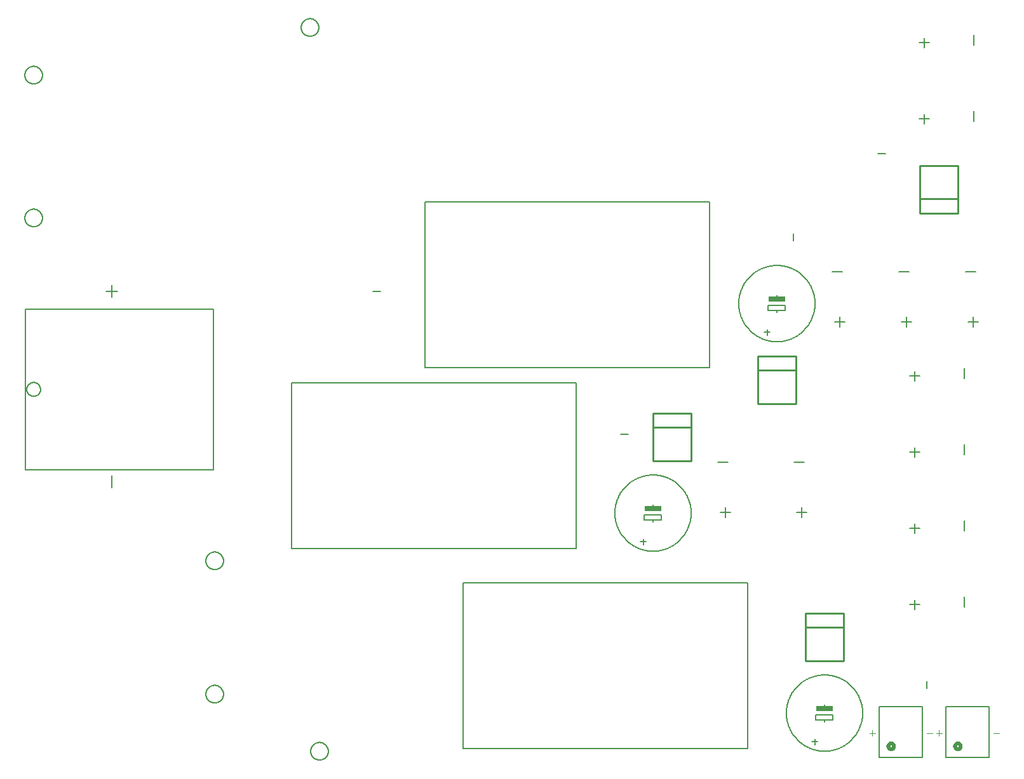
<source format=gto>
G75*
%MOIN*%
%OFA0B0*%
%FSLAX25Y25*%
%IPPOS*%
%LPD*%
%AMOC8*
5,1,8,0,0,1.08239X$1,22.5*
%
%ADD10C,0.00600*%
%ADD11R,0.09000X0.02500*%
%ADD12C,0.00500*%
%ADD13C,0.00800*%
%ADD14C,0.00700*%
%ADD15C,0.02000*%
%ADD16C,0.00300*%
%ADD17C,0.01000*%
D10*
X0151200Y0127500D02*
X0300800Y0127500D01*
X0300800Y0214500D01*
X0151200Y0214500D01*
X0151200Y0127500D01*
X0241200Y0109500D02*
X0241200Y0022500D01*
X0390800Y0022500D01*
X0390800Y0109500D01*
X0241200Y0109500D01*
X0334500Y0131000D02*
X0337500Y0131000D01*
X0336000Y0132500D02*
X0336000Y0129500D01*
X0341000Y0141500D02*
X0341000Y0142500D01*
X0336500Y0142500D01*
X0336500Y0145000D01*
X0345500Y0145000D01*
X0345500Y0142500D01*
X0341000Y0142500D01*
X0321000Y0146000D02*
X0321006Y0146491D01*
X0321024Y0146981D01*
X0321054Y0147471D01*
X0321096Y0147960D01*
X0321150Y0148448D01*
X0321216Y0148935D01*
X0321294Y0149419D01*
X0321384Y0149902D01*
X0321486Y0150382D01*
X0321599Y0150860D01*
X0321724Y0151334D01*
X0321861Y0151806D01*
X0322009Y0152274D01*
X0322169Y0152738D01*
X0322340Y0153198D01*
X0322522Y0153654D01*
X0322716Y0154105D01*
X0322920Y0154551D01*
X0323136Y0154992D01*
X0323362Y0155428D01*
X0323598Y0155858D01*
X0323845Y0156282D01*
X0324103Y0156700D01*
X0324371Y0157111D01*
X0324648Y0157516D01*
X0324936Y0157914D01*
X0325233Y0158305D01*
X0325540Y0158688D01*
X0325856Y0159063D01*
X0326181Y0159431D01*
X0326515Y0159791D01*
X0326858Y0160142D01*
X0327209Y0160485D01*
X0327569Y0160819D01*
X0327937Y0161144D01*
X0328312Y0161460D01*
X0328695Y0161767D01*
X0329086Y0162064D01*
X0329484Y0162352D01*
X0329889Y0162629D01*
X0330300Y0162897D01*
X0330718Y0163155D01*
X0331142Y0163402D01*
X0331572Y0163638D01*
X0332008Y0163864D01*
X0332449Y0164080D01*
X0332895Y0164284D01*
X0333346Y0164478D01*
X0333802Y0164660D01*
X0334262Y0164831D01*
X0334726Y0164991D01*
X0335194Y0165139D01*
X0335666Y0165276D01*
X0336140Y0165401D01*
X0336618Y0165514D01*
X0337098Y0165616D01*
X0337581Y0165706D01*
X0338065Y0165784D01*
X0338552Y0165850D01*
X0339040Y0165904D01*
X0339529Y0165946D01*
X0340019Y0165976D01*
X0340509Y0165994D01*
X0341000Y0166000D01*
X0341491Y0165994D01*
X0341981Y0165976D01*
X0342471Y0165946D01*
X0342960Y0165904D01*
X0343448Y0165850D01*
X0343935Y0165784D01*
X0344419Y0165706D01*
X0344902Y0165616D01*
X0345382Y0165514D01*
X0345860Y0165401D01*
X0346334Y0165276D01*
X0346806Y0165139D01*
X0347274Y0164991D01*
X0347738Y0164831D01*
X0348198Y0164660D01*
X0348654Y0164478D01*
X0349105Y0164284D01*
X0349551Y0164080D01*
X0349992Y0163864D01*
X0350428Y0163638D01*
X0350858Y0163402D01*
X0351282Y0163155D01*
X0351700Y0162897D01*
X0352111Y0162629D01*
X0352516Y0162352D01*
X0352914Y0162064D01*
X0353305Y0161767D01*
X0353688Y0161460D01*
X0354063Y0161144D01*
X0354431Y0160819D01*
X0354791Y0160485D01*
X0355142Y0160142D01*
X0355485Y0159791D01*
X0355819Y0159431D01*
X0356144Y0159063D01*
X0356460Y0158688D01*
X0356767Y0158305D01*
X0357064Y0157914D01*
X0357352Y0157516D01*
X0357629Y0157111D01*
X0357897Y0156700D01*
X0358155Y0156282D01*
X0358402Y0155858D01*
X0358638Y0155428D01*
X0358864Y0154992D01*
X0359080Y0154551D01*
X0359284Y0154105D01*
X0359478Y0153654D01*
X0359660Y0153198D01*
X0359831Y0152738D01*
X0359991Y0152274D01*
X0360139Y0151806D01*
X0360276Y0151334D01*
X0360401Y0150860D01*
X0360514Y0150382D01*
X0360616Y0149902D01*
X0360706Y0149419D01*
X0360784Y0148935D01*
X0360850Y0148448D01*
X0360904Y0147960D01*
X0360946Y0147471D01*
X0360976Y0146981D01*
X0360994Y0146491D01*
X0361000Y0146000D01*
X0360994Y0145509D01*
X0360976Y0145019D01*
X0360946Y0144529D01*
X0360904Y0144040D01*
X0360850Y0143552D01*
X0360784Y0143065D01*
X0360706Y0142581D01*
X0360616Y0142098D01*
X0360514Y0141618D01*
X0360401Y0141140D01*
X0360276Y0140666D01*
X0360139Y0140194D01*
X0359991Y0139726D01*
X0359831Y0139262D01*
X0359660Y0138802D01*
X0359478Y0138346D01*
X0359284Y0137895D01*
X0359080Y0137449D01*
X0358864Y0137008D01*
X0358638Y0136572D01*
X0358402Y0136142D01*
X0358155Y0135718D01*
X0357897Y0135300D01*
X0357629Y0134889D01*
X0357352Y0134484D01*
X0357064Y0134086D01*
X0356767Y0133695D01*
X0356460Y0133312D01*
X0356144Y0132937D01*
X0355819Y0132569D01*
X0355485Y0132209D01*
X0355142Y0131858D01*
X0354791Y0131515D01*
X0354431Y0131181D01*
X0354063Y0130856D01*
X0353688Y0130540D01*
X0353305Y0130233D01*
X0352914Y0129936D01*
X0352516Y0129648D01*
X0352111Y0129371D01*
X0351700Y0129103D01*
X0351282Y0128845D01*
X0350858Y0128598D01*
X0350428Y0128362D01*
X0349992Y0128136D01*
X0349551Y0127920D01*
X0349105Y0127716D01*
X0348654Y0127522D01*
X0348198Y0127340D01*
X0347738Y0127169D01*
X0347274Y0127009D01*
X0346806Y0126861D01*
X0346334Y0126724D01*
X0345860Y0126599D01*
X0345382Y0126486D01*
X0344902Y0126384D01*
X0344419Y0126294D01*
X0343935Y0126216D01*
X0343448Y0126150D01*
X0342960Y0126096D01*
X0342471Y0126054D01*
X0341981Y0126024D01*
X0341491Y0126006D01*
X0341000Y0126000D01*
X0340509Y0126006D01*
X0340019Y0126024D01*
X0339529Y0126054D01*
X0339040Y0126096D01*
X0338552Y0126150D01*
X0338065Y0126216D01*
X0337581Y0126294D01*
X0337098Y0126384D01*
X0336618Y0126486D01*
X0336140Y0126599D01*
X0335666Y0126724D01*
X0335194Y0126861D01*
X0334726Y0127009D01*
X0334262Y0127169D01*
X0333802Y0127340D01*
X0333346Y0127522D01*
X0332895Y0127716D01*
X0332449Y0127920D01*
X0332008Y0128136D01*
X0331572Y0128362D01*
X0331142Y0128598D01*
X0330718Y0128845D01*
X0330300Y0129103D01*
X0329889Y0129371D01*
X0329484Y0129648D01*
X0329086Y0129936D01*
X0328695Y0130233D01*
X0328312Y0130540D01*
X0327937Y0130856D01*
X0327569Y0131181D01*
X0327209Y0131515D01*
X0326858Y0131858D01*
X0326515Y0132209D01*
X0326181Y0132569D01*
X0325856Y0132937D01*
X0325540Y0133312D01*
X0325233Y0133695D01*
X0324936Y0134086D01*
X0324648Y0134484D01*
X0324371Y0134889D01*
X0324103Y0135300D01*
X0323845Y0135718D01*
X0323598Y0136142D01*
X0323362Y0136572D01*
X0323136Y0137008D01*
X0322920Y0137449D01*
X0322716Y0137895D01*
X0322522Y0138346D01*
X0322340Y0138802D01*
X0322169Y0139262D01*
X0322009Y0139726D01*
X0321861Y0140194D01*
X0321724Y0140666D01*
X0321599Y0141140D01*
X0321486Y0141618D01*
X0321384Y0142098D01*
X0321294Y0142581D01*
X0321216Y0143065D01*
X0321150Y0143552D01*
X0321096Y0144040D01*
X0321054Y0144529D01*
X0321024Y0145019D01*
X0321006Y0145509D01*
X0321000Y0146000D01*
X0341000Y0148500D02*
X0341000Y0150500D01*
X0370800Y0222500D02*
X0221200Y0222500D01*
X0221200Y0309500D01*
X0370800Y0309500D01*
X0370800Y0222500D01*
X0399500Y0241000D02*
X0402500Y0241000D01*
X0401000Y0242500D02*
X0401000Y0239500D01*
X0406000Y0251500D02*
X0406000Y0252500D01*
X0401500Y0252500D01*
X0401500Y0255000D01*
X0410500Y0255000D01*
X0410500Y0252500D01*
X0406000Y0252500D01*
X0386000Y0256000D02*
X0386006Y0256491D01*
X0386024Y0256981D01*
X0386054Y0257471D01*
X0386096Y0257960D01*
X0386150Y0258448D01*
X0386216Y0258935D01*
X0386294Y0259419D01*
X0386384Y0259902D01*
X0386486Y0260382D01*
X0386599Y0260860D01*
X0386724Y0261334D01*
X0386861Y0261806D01*
X0387009Y0262274D01*
X0387169Y0262738D01*
X0387340Y0263198D01*
X0387522Y0263654D01*
X0387716Y0264105D01*
X0387920Y0264551D01*
X0388136Y0264992D01*
X0388362Y0265428D01*
X0388598Y0265858D01*
X0388845Y0266282D01*
X0389103Y0266700D01*
X0389371Y0267111D01*
X0389648Y0267516D01*
X0389936Y0267914D01*
X0390233Y0268305D01*
X0390540Y0268688D01*
X0390856Y0269063D01*
X0391181Y0269431D01*
X0391515Y0269791D01*
X0391858Y0270142D01*
X0392209Y0270485D01*
X0392569Y0270819D01*
X0392937Y0271144D01*
X0393312Y0271460D01*
X0393695Y0271767D01*
X0394086Y0272064D01*
X0394484Y0272352D01*
X0394889Y0272629D01*
X0395300Y0272897D01*
X0395718Y0273155D01*
X0396142Y0273402D01*
X0396572Y0273638D01*
X0397008Y0273864D01*
X0397449Y0274080D01*
X0397895Y0274284D01*
X0398346Y0274478D01*
X0398802Y0274660D01*
X0399262Y0274831D01*
X0399726Y0274991D01*
X0400194Y0275139D01*
X0400666Y0275276D01*
X0401140Y0275401D01*
X0401618Y0275514D01*
X0402098Y0275616D01*
X0402581Y0275706D01*
X0403065Y0275784D01*
X0403552Y0275850D01*
X0404040Y0275904D01*
X0404529Y0275946D01*
X0405019Y0275976D01*
X0405509Y0275994D01*
X0406000Y0276000D01*
X0406491Y0275994D01*
X0406981Y0275976D01*
X0407471Y0275946D01*
X0407960Y0275904D01*
X0408448Y0275850D01*
X0408935Y0275784D01*
X0409419Y0275706D01*
X0409902Y0275616D01*
X0410382Y0275514D01*
X0410860Y0275401D01*
X0411334Y0275276D01*
X0411806Y0275139D01*
X0412274Y0274991D01*
X0412738Y0274831D01*
X0413198Y0274660D01*
X0413654Y0274478D01*
X0414105Y0274284D01*
X0414551Y0274080D01*
X0414992Y0273864D01*
X0415428Y0273638D01*
X0415858Y0273402D01*
X0416282Y0273155D01*
X0416700Y0272897D01*
X0417111Y0272629D01*
X0417516Y0272352D01*
X0417914Y0272064D01*
X0418305Y0271767D01*
X0418688Y0271460D01*
X0419063Y0271144D01*
X0419431Y0270819D01*
X0419791Y0270485D01*
X0420142Y0270142D01*
X0420485Y0269791D01*
X0420819Y0269431D01*
X0421144Y0269063D01*
X0421460Y0268688D01*
X0421767Y0268305D01*
X0422064Y0267914D01*
X0422352Y0267516D01*
X0422629Y0267111D01*
X0422897Y0266700D01*
X0423155Y0266282D01*
X0423402Y0265858D01*
X0423638Y0265428D01*
X0423864Y0264992D01*
X0424080Y0264551D01*
X0424284Y0264105D01*
X0424478Y0263654D01*
X0424660Y0263198D01*
X0424831Y0262738D01*
X0424991Y0262274D01*
X0425139Y0261806D01*
X0425276Y0261334D01*
X0425401Y0260860D01*
X0425514Y0260382D01*
X0425616Y0259902D01*
X0425706Y0259419D01*
X0425784Y0258935D01*
X0425850Y0258448D01*
X0425904Y0257960D01*
X0425946Y0257471D01*
X0425976Y0256981D01*
X0425994Y0256491D01*
X0426000Y0256000D01*
X0425994Y0255509D01*
X0425976Y0255019D01*
X0425946Y0254529D01*
X0425904Y0254040D01*
X0425850Y0253552D01*
X0425784Y0253065D01*
X0425706Y0252581D01*
X0425616Y0252098D01*
X0425514Y0251618D01*
X0425401Y0251140D01*
X0425276Y0250666D01*
X0425139Y0250194D01*
X0424991Y0249726D01*
X0424831Y0249262D01*
X0424660Y0248802D01*
X0424478Y0248346D01*
X0424284Y0247895D01*
X0424080Y0247449D01*
X0423864Y0247008D01*
X0423638Y0246572D01*
X0423402Y0246142D01*
X0423155Y0245718D01*
X0422897Y0245300D01*
X0422629Y0244889D01*
X0422352Y0244484D01*
X0422064Y0244086D01*
X0421767Y0243695D01*
X0421460Y0243312D01*
X0421144Y0242937D01*
X0420819Y0242569D01*
X0420485Y0242209D01*
X0420142Y0241858D01*
X0419791Y0241515D01*
X0419431Y0241181D01*
X0419063Y0240856D01*
X0418688Y0240540D01*
X0418305Y0240233D01*
X0417914Y0239936D01*
X0417516Y0239648D01*
X0417111Y0239371D01*
X0416700Y0239103D01*
X0416282Y0238845D01*
X0415858Y0238598D01*
X0415428Y0238362D01*
X0414992Y0238136D01*
X0414551Y0237920D01*
X0414105Y0237716D01*
X0413654Y0237522D01*
X0413198Y0237340D01*
X0412738Y0237169D01*
X0412274Y0237009D01*
X0411806Y0236861D01*
X0411334Y0236724D01*
X0410860Y0236599D01*
X0410382Y0236486D01*
X0409902Y0236384D01*
X0409419Y0236294D01*
X0408935Y0236216D01*
X0408448Y0236150D01*
X0407960Y0236096D01*
X0407471Y0236054D01*
X0406981Y0236024D01*
X0406491Y0236006D01*
X0406000Y0236000D01*
X0405509Y0236006D01*
X0405019Y0236024D01*
X0404529Y0236054D01*
X0404040Y0236096D01*
X0403552Y0236150D01*
X0403065Y0236216D01*
X0402581Y0236294D01*
X0402098Y0236384D01*
X0401618Y0236486D01*
X0401140Y0236599D01*
X0400666Y0236724D01*
X0400194Y0236861D01*
X0399726Y0237009D01*
X0399262Y0237169D01*
X0398802Y0237340D01*
X0398346Y0237522D01*
X0397895Y0237716D01*
X0397449Y0237920D01*
X0397008Y0238136D01*
X0396572Y0238362D01*
X0396142Y0238598D01*
X0395718Y0238845D01*
X0395300Y0239103D01*
X0394889Y0239371D01*
X0394484Y0239648D01*
X0394086Y0239936D01*
X0393695Y0240233D01*
X0393312Y0240540D01*
X0392937Y0240856D01*
X0392569Y0241181D01*
X0392209Y0241515D01*
X0391858Y0241858D01*
X0391515Y0242209D01*
X0391181Y0242569D01*
X0390856Y0242937D01*
X0390540Y0243312D01*
X0390233Y0243695D01*
X0389936Y0244086D01*
X0389648Y0244484D01*
X0389371Y0244889D01*
X0389103Y0245300D01*
X0388845Y0245718D01*
X0388598Y0246142D01*
X0388362Y0246572D01*
X0388136Y0247008D01*
X0387920Y0247449D01*
X0387716Y0247895D01*
X0387522Y0248346D01*
X0387340Y0248802D01*
X0387169Y0249262D01*
X0387009Y0249726D01*
X0386861Y0250194D01*
X0386724Y0250666D01*
X0386599Y0251140D01*
X0386486Y0251618D01*
X0386384Y0252098D01*
X0386294Y0252581D01*
X0386216Y0253065D01*
X0386150Y0253552D01*
X0386096Y0254040D01*
X0386054Y0254529D01*
X0386024Y0255019D01*
X0386006Y0255509D01*
X0386000Y0256000D01*
X0406000Y0258500D02*
X0406000Y0260500D01*
X0431000Y0045500D02*
X0431000Y0043500D01*
X0411000Y0041000D02*
X0411006Y0041491D01*
X0411024Y0041981D01*
X0411054Y0042471D01*
X0411096Y0042960D01*
X0411150Y0043448D01*
X0411216Y0043935D01*
X0411294Y0044419D01*
X0411384Y0044902D01*
X0411486Y0045382D01*
X0411599Y0045860D01*
X0411724Y0046334D01*
X0411861Y0046806D01*
X0412009Y0047274D01*
X0412169Y0047738D01*
X0412340Y0048198D01*
X0412522Y0048654D01*
X0412716Y0049105D01*
X0412920Y0049551D01*
X0413136Y0049992D01*
X0413362Y0050428D01*
X0413598Y0050858D01*
X0413845Y0051282D01*
X0414103Y0051700D01*
X0414371Y0052111D01*
X0414648Y0052516D01*
X0414936Y0052914D01*
X0415233Y0053305D01*
X0415540Y0053688D01*
X0415856Y0054063D01*
X0416181Y0054431D01*
X0416515Y0054791D01*
X0416858Y0055142D01*
X0417209Y0055485D01*
X0417569Y0055819D01*
X0417937Y0056144D01*
X0418312Y0056460D01*
X0418695Y0056767D01*
X0419086Y0057064D01*
X0419484Y0057352D01*
X0419889Y0057629D01*
X0420300Y0057897D01*
X0420718Y0058155D01*
X0421142Y0058402D01*
X0421572Y0058638D01*
X0422008Y0058864D01*
X0422449Y0059080D01*
X0422895Y0059284D01*
X0423346Y0059478D01*
X0423802Y0059660D01*
X0424262Y0059831D01*
X0424726Y0059991D01*
X0425194Y0060139D01*
X0425666Y0060276D01*
X0426140Y0060401D01*
X0426618Y0060514D01*
X0427098Y0060616D01*
X0427581Y0060706D01*
X0428065Y0060784D01*
X0428552Y0060850D01*
X0429040Y0060904D01*
X0429529Y0060946D01*
X0430019Y0060976D01*
X0430509Y0060994D01*
X0431000Y0061000D01*
X0431491Y0060994D01*
X0431981Y0060976D01*
X0432471Y0060946D01*
X0432960Y0060904D01*
X0433448Y0060850D01*
X0433935Y0060784D01*
X0434419Y0060706D01*
X0434902Y0060616D01*
X0435382Y0060514D01*
X0435860Y0060401D01*
X0436334Y0060276D01*
X0436806Y0060139D01*
X0437274Y0059991D01*
X0437738Y0059831D01*
X0438198Y0059660D01*
X0438654Y0059478D01*
X0439105Y0059284D01*
X0439551Y0059080D01*
X0439992Y0058864D01*
X0440428Y0058638D01*
X0440858Y0058402D01*
X0441282Y0058155D01*
X0441700Y0057897D01*
X0442111Y0057629D01*
X0442516Y0057352D01*
X0442914Y0057064D01*
X0443305Y0056767D01*
X0443688Y0056460D01*
X0444063Y0056144D01*
X0444431Y0055819D01*
X0444791Y0055485D01*
X0445142Y0055142D01*
X0445485Y0054791D01*
X0445819Y0054431D01*
X0446144Y0054063D01*
X0446460Y0053688D01*
X0446767Y0053305D01*
X0447064Y0052914D01*
X0447352Y0052516D01*
X0447629Y0052111D01*
X0447897Y0051700D01*
X0448155Y0051282D01*
X0448402Y0050858D01*
X0448638Y0050428D01*
X0448864Y0049992D01*
X0449080Y0049551D01*
X0449284Y0049105D01*
X0449478Y0048654D01*
X0449660Y0048198D01*
X0449831Y0047738D01*
X0449991Y0047274D01*
X0450139Y0046806D01*
X0450276Y0046334D01*
X0450401Y0045860D01*
X0450514Y0045382D01*
X0450616Y0044902D01*
X0450706Y0044419D01*
X0450784Y0043935D01*
X0450850Y0043448D01*
X0450904Y0042960D01*
X0450946Y0042471D01*
X0450976Y0041981D01*
X0450994Y0041491D01*
X0451000Y0041000D01*
X0450994Y0040509D01*
X0450976Y0040019D01*
X0450946Y0039529D01*
X0450904Y0039040D01*
X0450850Y0038552D01*
X0450784Y0038065D01*
X0450706Y0037581D01*
X0450616Y0037098D01*
X0450514Y0036618D01*
X0450401Y0036140D01*
X0450276Y0035666D01*
X0450139Y0035194D01*
X0449991Y0034726D01*
X0449831Y0034262D01*
X0449660Y0033802D01*
X0449478Y0033346D01*
X0449284Y0032895D01*
X0449080Y0032449D01*
X0448864Y0032008D01*
X0448638Y0031572D01*
X0448402Y0031142D01*
X0448155Y0030718D01*
X0447897Y0030300D01*
X0447629Y0029889D01*
X0447352Y0029484D01*
X0447064Y0029086D01*
X0446767Y0028695D01*
X0446460Y0028312D01*
X0446144Y0027937D01*
X0445819Y0027569D01*
X0445485Y0027209D01*
X0445142Y0026858D01*
X0444791Y0026515D01*
X0444431Y0026181D01*
X0444063Y0025856D01*
X0443688Y0025540D01*
X0443305Y0025233D01*
X0442914Y0024936D01*
X0442516Y0024648D01*
X0442111Y0024371D01*
X0441700Y0024103D01*
X0441282Y0023845D01*
X0440858Y0023598D01*
X0440428Y0023362D01*
X0439992Y0023136D01*
X0439551Y0022920D01*
X0439105Y0022716D01*
X0438654Y0022522D01*
X0438198Y0022340D01*
X0437738Y0022169D01*
X0437274Y0022009D01*
X0436806Y0021861D01*
X0436334Y0021724D01*
X0435860Y0021599D01*
X0435382Y0021486D01*
X0434902Y0021384D01*
X0434419Y0021294D01*
X0433935Y0021216D01*
X0433448Y0021150D01*
X0432960Y0021096D01*
X0432471Y0021054D01*
X0431981Y0021024D01*
X0431491Y0021006D01*
X0431000Y0021000D01*
X0430509Y0021006D01*
X0430019Y0021024D01*
X0429529Y0021054D01*
X0429040Y0021096D01*
X0428552Y0021150D01*
X0428065Y0021216D01*
X0427581Y0021294D01*
X0427098Y0021384D01*
X0426618Y0021486D01*
X0426140Y0021599D01*
X0425666Y0021724D01*
X0425194Y0021861D01*
X0424726Y0022009D01*
X0424262Y0022169D01*
X0423802Y0022340D01*
X0423346Y0022522D01*
X0422895Y0022716D01*
X0422449Y0022920D01*
X0422008Y0023136D01*
X0421572Y0023362D01*
X0421142Y0023598D01*
X0420718Y0023845D01*
X0420300Y0024103D01*
X0419889Y0024371D01*
X0419484Y0024648D01*
X0419086Y0024936D01*
X0418695Y0025233D01*
X0418312Y0025540D01*
X0417937Y0025856D01*
X0417569Y0026181D01*
X0417209Y0026515D01*
X0416858Y0026858D01*
X0416515Y0027209D01*
X0416181Y0027569D01*
X0415856Y0027937D01*
X0415540Y0028312D01*
X0415233Y0028695D01*
X0414936Y0029086D01*
X0414648Y0029484D01*
X0414371Y0029889D01*
X0414103Y0030300D01*
X0413845Y0030718D01*
X0413598Y0031142D01*
X0413362Y0031572D01*
X0413136Y0032008D01*
X0412920Y0032449D01*
X0412716Y0032895D01*
X0412522Y0033346D01*
X0412340Y0033802D01*
X0412169Y0034262D01*
X0412009Y0034726D01*
X0411861Y0035194D01*
X0411724Y0035666D01*
X0411599Y0036140D01*
X0411486Y0036618D01*
X0411384Y0037098D01*
X0411294Y0037581D01*
X0411216Y0038065D01*
X0411150Y0038552D01*
X0411096Y0039040D01*
X0411054Y0039529D01*
X0411024Y0040019D01*
X0411006Y0040509D01*
X0411000Y0041000D01*
X0426500Y0040000D02*
X0426500Y0037500D01*
X0431000Y0037500D01*
X0435500Y0037500D01*
X0435500Y0040000D01*
X0426500Y0040000D01*
X0431000Y0037500D02*
X0431000Y0036500D01*
X0426000Y0027500D02*
X0426000Y0024500D01*
X0424500Y0026000D02*
X0427500Y0026000D01*
X0459600Y0017700D02*
X0459600Y0044300D01*
X0482400Y0044300D01*
X0482400Y0017700D01*
X0459600Y0017700D01*
X0494600Y0017700D02*
X0494600Y0044300D01*
X0517400Y0044300D01*
X0517400Y0017700D01*
X0494600Y0017700D01*
D11*
X0431000Y0043250D03*
X0341000Y0148250D03*
X0406000Y0258250D03*
D12*
X0106390Y0051000D02*
X0106392Y0051135D01*
X0106398Y0051271D01*
X0106408Y0051406D01*
X0106422Y0051540D01*
X0106440Y0051674D01*
X0106461Y0051808D01*
X0106487Y0051941D01*
X0106517Y0052073D01*
X0106550Y0052204D01*
X0106587Y0052334D01*
X0106628Y0052463D01*
X0106673Y0052591D01*
X0106722Y0052717D01*
X0106774Y0052842D01*
X0106830Y0052965D01*
X0106889Y0053087D01*
X0106952Y0053207D01*
X0107019Y0053325D01*
X0107089Y0053440D01*
X0107162Y0053554D01*
X0107239Y0053666D01*
X0107319Y0053775D01*
X0107402Y0053882D01*
X0107488Y0053986D01*
X0107577Y0054088D01*
X0107669Y0054187D01*
X0107764Y0054284D01*
X0107862Y0054377D01*
X0107963Y0054468D01*
X0108066Y0054556D01*
X0108171Y0054640D01*
X0108279Y0054722D01*
X0108390Y0054800D01*
X0108502Y0054875D01*
X0108617Y0054946D01*
X0108734Y0055015D01*
X0108853Y0055080D01*
X0108974Y0055141D01*
X0109096Y0055199D01*
X0109220Y0055253D01*
X0109346Y0055303D01*
X0109473Y0055350D01*
X0109601Y0055393D01*
X0109731Y0055432D01*
X0109861Y0055467D01*
X0109993Y0055499D01*
X0110126Y0055526D01*
X0110259Y0055550D01*
X0110393Y0055570D01*
X0110527Y0055586D01*
X0110662Y0055598D01*
X0110797Y0055606D01*
X0110932Y0055610D01*
X0111068Y0055610D01*
X0111203Y0055606D01*
X0111338Y0055598D01*
X0111473Y0055586D01*
X0111607Y0055570D01*
X0111741Y0055550D01*
X0111874Y0055526D01*
X0112007Y0055499D01*
X0112139Y0055467D01*
X0112269Y0055432D01*
X0112399Y0055393D01*
X0112527Y0055350D01*
X0112654Y0055303D01*
X0112780Y0055253D01*
X0112904Y0055199D01*
X0113026Y0055141D01*
X0113147Y0055080D01*
X0113266Y0055015D01*
X0113383Y0054946D01*
X0113498Y0054875D01*
X0113610Y0054800D01*
X0113721Y0054722D01*
X0113829Y0054640D01*
X0113934Y0054556D01*
X0114037Y0054468D01*
X0114138Y0054377D01*
X0114236Y0054284D01*
X0114331Y0054187D01*
X0114423Y0054088D01*
X0114512Y0053986D01*
X0114598Y0053882D01*
X0114681Y0053775D01*
X0114761Y0053666D01*
X0114838Y0053554D01*
X0114911Y0053440D01*
X0114981Y0053325D01*
X0115048Y0053207D01*
X0115111Y0053087D01*
X0115170Y0052965D01*
X0115226Y0052842D01*
X0115278Y0052717D01*
X0115327Y0052591D01*
X0115372Y0052463D01*
X0115413Y0052334D01*
X0115450Y0052204D01*
X0115483Y0052073D01*
X0115513Y0051941D01*
X0115539Y0051808D01*
X0115560Y0051674D01*
X0115578Y0051540D01*
X0115592Y0051406D01*
X0115602Y0051271D01*
X0115608Y0051135D01*
X0115610Y0051000D01*
X0115608Y0050865D01*
X0115602Y0050729D01*
X0115592Y0050594D01*
X0115578Y0050460D01*
X0115560Y0050326D01*
X0115539Y0050192D01*
X0115513Y0050059D01*
X0115483Y0049927D01*
X0115450Y0049796D01*
X0115413Y0049666D01*
X0115372Y0049537D01*
X0115327Y0049409D01*
X0115278Y0049283D01*
X0115226Y0049158D01*
X0115170Y0049035D01*
X0115111Y0048913D01*
X0115048Y0048793D01*
X0114981Y0048675D01*
X0114911Y0048560D01*
X0114838Y0048446D01*
X0114761Y0048334D01*
X0114681Y0048225D01*
X0114598Y0048118D01*
X0114512Y0048014D01*
X0114423Y0047912D01*
X0114331Y0047813D01*
X0114236Y0047716D01*
X0114138Y0047623D01*
X0114037Y0047532D01*
X0113934Y0047444D01*
X0113829Y0047360D01*
X0113721Y0047278D01*
X0113610Y0047200D01*
X0113498Y0047125D01*
X0113383Y0047054D01*
X0113266Y0046985D01*
X0113147Y0046920D01*
X0113026Y0046859D01*
X0112904Y0046801D01*
X0112780Y0046747D01*
X0112654Y0046697D01*
X0112527Y0046650D01*
X0112399Y0046607D01*
X0112269Y0046568D01*
X0112139Y0046533D01*
X0112007Y0046501D01*
X0111874Y0046474D01*
X0111741Y0046450D01*
X0111607Y0046430D01*
X0111473Y0046414D01*
X0111338Y0046402D01*
X0111203Y0046394D01*
X0111068Y0046390D01*
X0110932Y0046390D01*
X0110797Y0046394D01*
X0110662Y0046402D01*
X0110527Y0046414D01*
X0110393Y0046430D01*
X0110259Y0046450D01*
X0110126Y0046474D01*
X0109993Y0046501D01*
X0109861Y0046533D01*
X0109731Y0046568D01*
X0109601Y0046607D01*
X0109473Y0046650D01*
X0109346Y0046697D01*
X0109220Y0046747D01*
X0109096Y0046801D01*
X0108974Y0046859D01*
X0108853Y0046920D01*
X0108734Y0046985D01*
X0108617Y0047054D01*
X0108502Y0047125D01*
X0108390Y0047200D01*
X0108279Y0047278D01*
X0108171Y0047360D01*
X0108066Y0047444D01*
X0107963Y0047532D01*
X0107862Y0047623D01*
X0107764Y0047716D01*
X0107669Y0047813D01*
X0107577Y0047912D01*
X0107488Y0048014D01*
X0107402Y0048118D01*
X0107319Y0048225D01*
X0107239Y0048334D01*
X0107162Y0048446D01*
X0107089Y0048560D01*
X0107019Y0048675D01*
X0106952Y0048793D01*
X0106889Y0048913D01*
X0106830Y0049035D01*
X0106774Y0049158D01*
X0106722Y0049283D01*
X0106673Y0049409D01*
X0106628Y0049537D01*
X0106587Y0049666D01*
X0106550Y0049796D01*
X0106517Y0049927D01*
X0106487Y0050059D01*
X0106461Y0050192D01*
X0106440Y0050326D01*
X0106422Y0050460D01*
X0106408Y0050594D01*
X0106398Y0050729D01*
X0106392Y0050865D01*
X0106390Y0051000D01*
X0161390Y0021000D02*
X0161392Y0021135D01*
X0161398Y0021271D01*
X0161408Y0021406D01*
X0161422Y0021540D01*
X0161440Y0021674D01*
X0161461Y0021808D01*
X0161487Y0021941D01*
X0161517Y0022073D01*
X0161550Y0022204D01*
X0161587Y0022334D01*
X0161628Y0022463D01*
X0161673Y0022591D01*
X0161722Y0022717D01*
X0161774Y0022842D01*
X0161830Y0022965D01*
X0161889Y0023087D01*
X0161952Y0023207D01*
X0162019Y0023325D01*
X0162089Y0023440D01*
X0162162Y0023554D01*
X0162239Y0023666D01*
X0162319Y0023775D01*
X0162402Y0023882D01*
X0162488Y0023986D01*
X0162577Y0024088D01*
X0162669Y0024187D01*
X0162764Y0024284D01*
X0162862Y0024377D01*
X0162963Y0024468D01*
X0163066Y0024556D01*
X0163171Y0024640D01*
X0163279Y0024722D01*
X0163390Y0024800D01*
X0163502Y0024875D01*
X0163617Y0024946D01*
X0163734Y0025015D01*
X0163853Y0025080D01*
X0163974Y0025141D01*
X0164096Y0025199D01*
X0164220Y0025253D01*
X0164346Y0025303D01*
X0164473Y0025350D01*
X0164601Y0025393D01*
X0164731Y0025432D01*
X0164861Y0025467D01*
X0164993Y0025499D01*
X0165126Y0025526D01*
X0165259Y0025550D01*
X0165393Y0025570D01*
X0165527Y0025586D01*
X0165662Y0025598D01*
X0165797Y0025606D01*
X0165932Y0025610D01*
X0166068Y0025610D01*
X0166203Y0025606D01*
X0166338Y0025598D01*
X0166473Y0025586D01*
X0166607Y0025570D01*
X0166741Y0025550D01*
X0166874Y0025526D01*
X0167007Y0025499D01*
X0167139Y0025467D01*
X0167269Y0025432D01*
X0167399Y0025393D01*
X0167527Y0025350D01*
X0167654Y0025303D01*
X0167780Y0025253D01*
X0167904Y0025199D01*
X0168026Y0025141D01*
X0168147Y0025080D01*
X0168266Y0025015D01*
X0168383Y0024946D01*
X0168498Y0024875D01*
X0168610Y0024800D01*
X0168721Y0024722D01*
X0168829Y0024640D01*
X0168934Y0024556D01*
X0169037Y0024468D01*
X0169138Y0024377D01*
X0169236Y0024284D01*
X0169331Y0024187D01*
X0169423Y0024088D01*
X0169512Y0023986D01*
X0169598Y0023882D01*
X0169681Y0023775D01*
X0169761Y0023666D01*
X0169838Y0023554D01*
X0169911Y0023440D01*
X0169981Y0023325D01*
X0170048Y0023207D01*
X0170111Y0023087D01*
X0170170Y0022965D01*
X0170226Y0022842D01*
X0170278Y0022717D01*
X0170327Y0022591D01*
X0170372Y0022463D01*
X0170413Y0022334D01*
X0170450Y0022204D01*
X0170483Y0022073D01*
X0170513Y0021941D01*
X0170539Y0021808D01*
X0170560Y0021674D01*
X0170578Y0021540D01*
X0170592Y0021406D01*
X0170602Y0021271D01*
X0170608Y0021135D01*
X0170610Y0021000D01*
X0170608Y0020865D01*
X0170602Y0020729D01*
X0170592Y0020594D01*
X0170578Y0020460D01*
X0170560Y0020326D01*
X0170539Y0020192D01*
X0170513Y0020059D01*
X0170483Y0019927D01*
X0170450Y0019796D01*
X0170413Y0019666D01*
X0170372Y0019537D01*
X0170327Y0019409D01*
X0170278Y0019283D01*
X0170226Y0019158D01*
X0170170Y0019035D01*
X0170111Y0018913D01*
X0170048Y0018793D01*
X0169981Y0018675D01*
X0169911Y0018560D01*
X0169838Y0018446D01*
X0169761Y0018334D01*
X0169681Y0018225D01*
X0169598Y0018118D01*
X0169512Y0018014D01*
X0169423Y0017912D01*
X0169331Y0017813D01*
X0169236Y0017716D01*
X0169138Y0017623D01*
X0169037Y0017532D01*
X0168934Y0017444D01*
X0168829Y0017360D01*
X0168721Y0017278D01*
X0168610Y0017200D01*
X0168498Y0017125D01*
X0168383Y0017054D01*
X0168266Y0016985D01*
X0168147Y0016920D01*
X0168026Y0016859D01*
X0167904Y0016801D01*
X0167780Y0016747D01*
X0167654Y0016697D01*
X0167527Y0016650D01*
X0167399Y0016607D01*
X0167269Y0016568D01*
X0167139Y0016533D01*
X0167007Y0016501D01*
X0166874Y0016474D01*
X0166741Y0016450D01*
X0166607Y0016430D01*
X0166473Y0016414D01*
X0166338Y0016402D01*
X0166203Y0016394D01*
X0166068Y0016390D01*
X0165932Y0016390D01*
X0165797Y0016394D01*
X0165662Y0016402D01*
X0165527Y0016414D01*
X0165393Y0016430D01*
X0165259Y0016450D01*
X0165126Y0016474D01*
X0164993Y0016501D01*
X0164861Y0016533D01*
X0164731Y0016568D01*
X0164601Y0016607D01*
X0164473Y0016650D01*
X0164346Y0016697D01*
X0164220Y0016747D01*
X0164096Y0016801D01*
X0163974Y0016859D01*
X0163853Y0016920D01*
X0163734Y0016985D01*
X0163617Y0017054D01*
X0163502Y0017125D01*
X0163390Y0017200D01*
X0163279Y0017278D01*
X0163171Y0017360D01*
X0163066Y0017444D01*
X0162963Y0017532D01*
X0162862Y0017623D01*
X0162764Y0017716D01*
X0162669Y0017813D01*
X0162577Y0017912D01*
X0162488Y0018014D01*
X0162402Y0018118D01*
X0162319Y0018225D01*
X0162239Y0018334D01*
X0162162Y0018446D01*
X0162089Y0018560D01*
X0162019Y0018675D01*
X0161952Y0018793D01*
X0161889Y0018913D01*
X0161830Y0019035D01*
X0161774Y0019158D01*
X0161722Y0019283D01*
X0161673Y0019409D01*
X0161628Y0019537D01*
X0161587Y0019666D01*
X0161550Y0019796D01*
X0161517Y0019927D01*
X0161487Y0020059D01*
X0161461Y0020192D01*
X0161440Y0020326D01*
X0161422Y0020460D01*
X0161408Y0020594D01*
X0161398Y0020729D01*
X0161392Y0020865D01*
X0161390Y0021000D01*
X0106390Y0121000D02*
X0106392Y0121135D01*
X0106398Y0121271D01*
X0106408Y0121406D01*
X0106422Y0121540D01*
X0106440Y0121674D01*
X0106461Y0121808D01*
X0106487Y0121941D01*
X0106517Y0122073D01*
X0106550Y0122204D01*
X0106587Y0122334D01*
X0106628Y0122463D01*
X0106673Y0122591D01*
X0106722Y0122717D01*
X0106774Y0122842D01*
X0106830Y0122965D01*
X0106889Y0123087D01*
X0106952Y0123207D01*
X0107019Y0123325D01*
X0107089Y0123440D01*
X0107162Y0123554D01*
X0107239Y0123666D01*
X0107319Y0123775D01*
X0107402Y0123882D01*
X0107488Y0123986D01*
X0107577Y0124088D01*
X0107669Y0124187D01*
X0107764Y0124284D01*
X0107862Y0124377D01*
X0107963Y0124468D01*
X0108066Y0124556D01*
X0108171Y0124640D01*
X0108279Y0124722D01*
X0108390Y0124800D01*
X0108502Y0124875D01*
X0108617Y0124946D01*
X0108734Y0125015D01*
X0108853Y0125080D01*
X0108974Y0125141D01*
X0109096Y0125199D01*
X0109220Y0125253D01*
X0109346Y0125303D01*
X0109473Y0125350D01*
X0109601Y0125393D01*
X0109731Y0125432D01*
X0109861Y0125467D01*
X0109993Y0125499D01*
X0110126Y0125526D01*
X0110259Y0125550D01*
X0110393Y0125570D01*
X0110527Y0125586D01*
X0110662Y0125598D01*
X0110797Y0125606D01*
X0110932Y0125610D01*
X0111068Y0125610D01*
X0111203Y0125606D01*
X0111338Y0125598D01*
X0111473Y0125586D01*
X0111607Y0125570D01*
X0111741Y0125550D01*
X0111874Y0125526D01*
X0112007Y0125499D01*
X0112139Y0125467D01*
X0112269Y0125432D01*
X0112399Y0125393D01*
X0112527Y0125350D01*
X0112654Y0125303D01*
X0112780Y0125253D01*
X0112904Y0125199D01*
X0113026Y0125141D01*
X0113147Y0125080D01*
X0113266Y0125015D01*
X0113383Y0124946D01*
X0113498Y0124875D01*
X0113610Y0124800D01*
X0113721Y0124722D01*
X0113829Y0124640D01*
X0113934Y0124556D01*
X0114037Y0124468D01*
X0114138Y0124377D01*
X0114236Y0124284D01*
X0114331Y0124187D01*
X0114423Y0124088D01*
X0114512Y0123986D01*
X0114598Y0123882D01*
X0114681Y0123775D01*
X0114761Y0123666D01*
X0114838Y0123554D01*
X0114911Y0123440D01*
X0114981Y0123325D01*
X0115048Y0123207D01*
X0115111Y0123087D01*
X0115170Y0122965D01*
X0115226Y0122842D01*
X0115278Y0122717D01*
X0115327Y0122591D01*
X0115372Y0122463D01*
X0115413Y0122334D01*
X0115450Y0122204D01*
X0115483Y0122073D01*
X0115513Y0121941D01*
X0115539Y0121808D01*
X0115560Y0121674D01*
X0115578Y0121540D01*
X0115592Y0121406D01*
X0115602Y0121271D01*
X0115608Y0121135D01*
X0115610Y0121000D01*
X0115608Y0120865D01*
X0115602Y0120729D01*
X0115592Y0120594D01*
X0115578Y0120460D01*
X0115560Y0120326D01*
X0115539Y0120192D01*
X0115513Y0120059D01*
X0115483Y0119927D01*
X0115450Y0119796D01*
X0115413Y0119666D01*
X0115372Y0119537D01*
X0115327Y0119409D01*
X0115278Y0119283D01*
X0115226Y0119158D01*
X0115170Y0119035D01*
X0115111Y0118913D01*
X0115048Y0118793D01*
X0114981Y0118675D01*
X0114911Y0118560D01*
X0114838Y0118446D01*
X0114761Y0118334D01*
X0114681Y0118225D01*
X0114598Y0118118D01*
X0114512Y0118014D01*
X0114423Y0117912D01*
X0114331Y0117813D01*
X0114236Y0117716D01*
X0114138Y0117623D01*
X0114037Y0117532D01*
X0113934Y0117444D01*
X0113829Y0117360D01*
X0113721Y0117278D01*
X0113610Y0117200D01*
X0113498Y0117125D01*
X0113383Y0117054D01*
X0113266Y0116985D01*
X0113147Y0116920D01*
X0113026Y0116859D01*
X0112904Y0116801D01*
X0112780Y0116747D01*
X0112654Y0116697D01*
X0112527Y0116650D01*
X0112399Y0116607D01*
X0112269Y0116568D01*
X0112139Y0116533D01*
X0112007Y0116501D01*
X0111874Y0116474D01*
X0111741Y0116450D01*
X0111607Y0116430D01*
X0111473Y0116414D01*
X0111338Y0116402D01*
X0111203Y0116394D01*
X0111068Y0116390D01*
X0110932Y0116390D01*
X0110797Y0116394D01*
X0110662Y0116402D01*
X0110527Y0116414D01*
X0110393Y0116430D01*
X0110259Y0116450D01*
X0110126Y0116474D01*
X0109993Y0116501D01*
X0109861Y0116533D01*
X0109731Y0116568D01*
X0109601Y0116607D01*
X0109473Y0116650D01*
X0109346Y0116697D01*
X0109220Y0116747D01*
X0109096Y0116801D01*
X0108974Y0116859D01*
X0108853Y0116920D01*
X0108734Y0116985D01*
X0108617Y0117054D01*
X0108502Y0117125D01*
X0108390Y0117200D01*
X0108279Y0117278D01*
X0108171Y0117360D01*
X0108066Y0117444D01*
X0107963Y0117532D01*
X0107862Y0117623D01*
X0107764Y0117716D01*
X0107669Y0117813D01*
X0107577Y0117912D01*
X0107488Y0118014D01*
X0107402Y0118118D01*
X0107319Y0118225D01*
X0107239Y0118334D01*
X0107162Y0118446D01*
X0107089Y0118560D01*
X0107019Y0118675D01*
X0106952Y0118793D01*
X0106889Y0118913D01*
X0106830Y0119035D01*
X0106774Y0119158D01*
X0106722Y0119283D01*
X0106673Y0119409D01*
X0106628Y0119537D01*
X0106587Y0119666D01*
X0106550Y0119796D01*
X0106517Y0119927D01*
X0106487Y0120059D01*
X0106461Y0120192D01*
X0106440Y0120326D01*
X0106422Y0120460D01*
X0106408Y0120594D01*
X0106398Y0120729D01*
X0106392Y0120865D01*
X0106390Y0121000D01*
X0110213Y0168874D02*
X0110213Y0253126D01*
X0011787Y0253126D01*
X0011787Y0168874D01*
X0110213Y0168874D01*
X0012394Y0211000D02*
X0012396Y0211120D01*
X0012402Y0211240D01*
X0012412Y0211359D01*
X0012426Y0211478D01*
X0012444Y0211597D01*
X0012465Y0211715D01*
X0012491Y0211832D01*
X0012521Y0211948D01*
X0012554Y0212063D01*
X0012591Y0212177D01*
X0012632Y0212289D01*
X0012677Y0212401D01*
X0012726Y0212510D01*
X0012778Y0212618D01*
X0012833Y0212725D01*
X0012892Y0212829D01*
X0012955Y0212931D01*
X0013021Y0213031D01*
X0013090Y0213129D01*
X0013162Y0213225D01*
X0013238Y0213318D01*
X0013316Y0213408D01*
X0013398Y0213496D01*
X0013482Y0213581D01*
X0013569Y0213664D01*
X0013659Y0213743D01*
X0013752Y0213819D01*
X0013847Y0213892D01*
X0013944Y0213962D01*
X0014044Y0214029D01*
X0014145Y0214092D01*
X0014249Y0214152D01*
X0014355Y0214209D01*
X0014462Y0214262D01*
X0014572Y0214311D01*
X0014683Y0214357D01*
X0014795Y0214399D01*
X0014909Y0214437D01*
X0015023Y0214471D01*
X0015139Y0214502D01*
X0015256Y0214528D01*
X0015374Y0214551D01*
X0015492Y0214570D01*
X0015611Y0214585D01*
X0015731Y0214596D01*
X0015850Y0214603D01*
X0015970Y0214606D01*
X0016090Y0214605D01*
X0016210Y0214600D01*
X0016329Y0214591D01*
X0016448Y0214578D01*
X0016567Y0214561D01*
X0016685Y0214540D01*
X0016802Y0214516D01*
X0016919Y0214487D01*
X0017034Y0214455D01*
X0017148Y0214418D01*
X0017261Y0214378D01*
X0017373Y0214334D01*
X0017483Y0214287D01*
X0017592Y0214236D01*
X0017698Y0214181D01*
X0017803Y0214123D01*
X0017906Y0214061D01*
X0018007Y0213996D01*
X0018105Y0213928D01*
X0018201Y0213856D01*
X0018295Y0213782D01*
X0018386Y0213704D01*
X0018475Y0213623D01*
X0018560Y0213539D01*
X0018643Y0213453D01*
X0018723Y0213363D01*
X0018801Y0213272D01*
X0018874Y0213177D01*
X0018945Y0213081D01*
X0019013Y0212982D01*
X0019077Y0212880D01*
X0019138Y0212777D01*
X0019195Y0212672D01*
X0019249Y0212565D01*
X0019299Y0212456D01*
X0019346Y0212345D01*
X0019389Y0212233D01*
X0019428Y0212120D01*
X0019463Y0212005D01*
X0019494Y0211890D01*
X0019522Y0211773D01*
X0019546Y0211656D01*
X0019566Y0211537D01*
X0019582Y0211419D01*
X0019594Y0211299D01*
X0019602Y0211180D01*
X0019606Y0211060D01*
X0019606Y0210940D01*
X0019602Y0210820D01*
X0019594Y0210701D01*
X0019582Y0210581D01*
X0019566Y0210463D01*
X0019546Y0210344D01*
X0019522Y0210227D01*
X0019494Y0210110D01*
X0019463Y0209995D01*
X0019428Y0209880D01*
X0019389Y0209767D01*
X0019346Y0209655D01*
X0019299Y0209544D01*
X0019249Y0209435D01*
X0019195Y0209328D01*
X0019138Y0209223D01*
X0019077Y0209120D01*
X0019013Y0209018D01*
X0018945Y0208919D01*
X0018874Y0208823D01*
X0018801Y0208728D01*
X0018723Y0208637D01*
X0018643Y0208547D01*
X0018560Y0208461D01*
X0018475Y0208377D01*
X0018386Y0208296D01*
X0018295Y0208218D01*
X0018201Y0208144D01*
X0018105Y0208072D01*
X0018007Y0208004D01*
X0017906Y0207939D01*
X0017803Y0207877D01*
X0017698Y0207819D01*
X0017592Y0207764D01*
X0017483Y0207713D01*
X0017373Y0207666D01*
X0017261Y0207622D01*
X0017148Y0207582D01*
X0017034Y0207545D01*
X0016919Y0207513D01*
X0016802Y0207484D01*
X0016685Y0207460D01*
X0016567Y0207439D01*
X0016448Y0207422D01*
X0016329Y0207409D01*
X0016210Y0207400D01*
X0016090Y0207395D01*
X0015970Y0207394D01*
X0015850Y0207397D01*
X0015731Y0207404D01*
X0015611Y0207415D01*
X0015492Y0207430D01*
X0015374Y0207449D01*
X0015256Y0207472D01*
X0015139Y0207498D01*
X0015023Y0207529D01*
X0014909Y0207563D01*
X0014795Y0207601D01*
X0014683Y0207643D01*
X0014572Y0207689D01*
X0014462Y0207738D01*
X0014355Y0207791D01*
X0014249Y0207848D01*
X0014145Y0207908D01*
X0014044Y0207971D01*
X0013944Y0208038D01*
X0013847Y0208108D01*
X0013752Y0208181D01*
X0013659Y0208257D01*
X0013569Y0208336D01*
X0013482Y0208419D01*
X0013398Y0208504D01*
X0013316Y0208592D01*
X0013238Y0208682D01*
X0013162Y0208775D01*
X0013090Y0208871D01*
X0013021Y0208969D01*
X0012955Y0209069D01*
X0012892Y0209171D01*
X0012833Y0209275D01*
X0012778Y0209382D01*
X0012726Y0209490D01*
X0012677Y0209599D01*
X0012632Y0209711D01*
X0012591Y0209823D01*
X0012554Y0209937D01*
X0012521Y0210052D01*
X0012491Y0210168D01*
X0012465Y0210285D01*
X0012444Y0210403D01*
X0012426Y0210522D01*
X0012412Y0210641D01*
X0012402Y0210760D01*
X0012396Y0210880D01*
X0012394Y0211000D01*
X0011390Y0301000D02*
X0011392Y0301135D01*
X0011398Y0301271D01*
X0011408Y0301406D01*
X0011422Y0301540D01*
X0011440Y0301674D01*
X0011461Y0301808D01*
X0011487Y0301941D01*
X0011517Y0302073D01*
X0011550Y0302204D01*
X0011587Y0302334D01*
X0011628Y0302463D01*
X0011673Y0302591D01*
X0011722Y0302717D01*
X0011774Y0302842D01*
X0011830Y0302965D01*
X0011889Y0303087D01*
X0011952Y0303207D01*
X0012019Y0303325D01*
X0012089Y0303440D01*
X0012162Y0303554D01*
X0012239Y0303666D01*
X0012319Y0303775D01*
X0012402Y0303882D01*
X0012488Y0303986D01*
X0012577Y0304088D01*
X0012669Y0304187D01*
X0012764Y0304284D01*
X0012862Y0304377D01*
X0012963Y0304468D01*
X0013066Y0304556D01*
X0013171Y0304640D01*
X0013279Y0304722D01*
X0013390Y0304800D01*
X0013502Y0304875D01*
X0013617Y0304946D01*
X0013734Y0305015D01*
X0013853Y0305080D01*
X0013974Y0305141D01*
X0014096Y0305199D01*
X0014220Y0305253D01*
X0014346Y0305303D01*
X0014473Y0305350D01*
X0014601Y0305393D01*
X0014731Y0305432D01*
X0014861Y0305467D01*
X0014993Y0305499D01*
X0015126Y0305526D01*
X0015259Y0305550D01*
X0015393Y0305570D01*
X0015527Y0305586D01*
X0015662Y0305598D01*
X0015797Y0305606D01*
X0015932Y0305610D01*
X0016068Y0305610D01*
X0016203Y0305606D01*
X0016338Y0305598D01*
X0016473Y0305586D01*
X0016607Y0305570D01*
X0016741Y0305550D01*
X0016874Y0305526D01*
X0017007Y0305499D01*
X0017139Y0305467D01*
X0017269Y0305432D01*
X0017399Y0305393D01*
X0017527Y0305350D01*
X0017654Y0305303D01*
X0017780Y0305253D01*
X0017904Y0305199D01*
X0018026Y0305141D01*
X0018147Y0305080D01*
X0018266Y0305015D01*
X0018383Y0304946D01*
X0018498Y0304875D01*
X0018610Y0304800D01*
X0018721Y0304722D01*
X0018829Y0304640D01*
X0018934Y0304556D01*
X0019037Y0304468D01*
X0019138Y0304377D01*
X0019236Y0304284D01*
X0019331Y0304187D01*
X0019423Y0304088D01*
X0019512Y0303986D01*
X0019598Y0303882D01*
X0019681Y0303775D01*
X0019761Y0303666D01*
X0019838Y0303554D01*
X0019911Y0303440D01*
X0019981Y0303325D01*
X0020048Y0303207D01*
X0020111Y0303087D01*
X0020170Y0302965D01*
X0020226Y0302842D01*
X0020278Y0302717D01*
X0020327Y0302591D01*
X0020372Y0302463D01*
X0020413Y0302334D01*
X0020450Y0302204D01*
X0020483Y0302073D01*
X0020513Y0301941D01*
X0020539Y0301808D01*
X0020560Y0301674D01*
X0020578Y0301540D01*
X0020592Y0301406D01*
X0020602Y0301271D01*
X0020608Y0301135D01*
X0020610Y0301000D01*
X0020608Y0300865D01*
X0020602Y0300729D01*
X0020592Y0300594D01*
X0020578Y0300460D01*
X0020560Y0300326D01*
X0020539Y0300192D01*
X0020513Y0300059D01*
X0020483Y0299927D01*
X0020450Y0299796D01*
X0020413Y0299666D01*
X0020372Y0299537D01*
X0020327Y0299409D01*
X0020278Y0299283D01*
X0020226Y0299158D01*
X0020170Y0299035D01*
X0020111Y0298913D01*
X0020048Y0298793D01*
X0019981Y0298675D01*
X0019911Y0298560D01*
X0019838Y0298446D01*
X0019761Y0298334D01*
X0019681Y0298225D01*
X0019598Y0298118D01*
X0019512Y0298014D01*
X0019423Y0297912D01*
X0019331Y0297813D01*
X0019236Y0297716D01*
X0019138Y0297623D01*
X0019037Y0297532D01*
X0018934Y0297444D01*
X0018829Y0297360D01*
X0018721Y0297278D01*
X0018610Y0297200D01*
X0018498Y0297125D01*
X0018383Y0297054D01*
X0018266Y0296985D01*
X0018147Y0296920D01*
X0018026Y0296859D01*
X0017904Y0296801D01*
X0017780Y0296747D01*
X0017654Y0296697D01*
X0017527Y0296650D01*
X0017399Y0296607D01*
X0017269Y0296568D01*
X0017139Y0296533D01*
X0017007Y0296501D01*
X0016874Y0296474D01*
X0016741Y0296450D01*
X0016607Y0296430D01*
X0016473Y0296414D01*
X0016338Y0296402D01*
X0016203Y0296394D01*
X0016068Y0296390D01*
X0015932Y0296390D01*
X0015797Y0296394D01*
X0015662Y0296402D01*
X0015527Y0296414D01*
X0015393Y0296430D01*
X0015259Y0296450D01*
X0015126Y0296474D01*
X0014993Y0296501D01*
X0014861Y0296533D01*
X0014731Y0296568D01*
X0014601Y0296607D01*
X0014473Y0296650D01*
X0014346Y0296697D01*
X0014220Y0296747D01*
X0014096Y0296801D01*
X0013974Y0296859D01*
X0013853Y0296920D01*
X0013734Y0296985D01*
X0013617Y0297054D01*
X0013502Y0297125D01*
X0013390Y0297200D01*
X0013279Y0297278D01*
X0013171Y0297360D01*
X0013066Y0297444D01*
X0012963Y0297532D01*
X0012862Y0297623D01*
X0012764Y0297716D01*
X0012669Y0297813D01*
X0012577Y0297912D01*
X0012488Y0298014D01*
X0012402Y0298118D01*
X0012319Y0298225D01*
X0012239Y0298334D01*
X0012162Y0298446D01*
X0012089Y0298560D01*
X0012019Y0298675D01*
X0011952Y0298793D01*
X0011889Y0298913D01*
X0011830Y0299035D01*
X0011774Y0299158D01*
X0011722Y0299283D01*
X0011673Y0299409D01*
X0011628Y0299537D01*
X0011587Y0299666D01*
X0011550Y0299796D01*
X0011517Y0299927D01*
X0011487Y0300059D01*
X0011461Y0300192D01*
X0011440Y0300326D01*
X0011422Y0300460D01*
X0011408Y0300594D01*
X0011398Y0300729D01*
X0011392Y0300865D01*
X0011390Y0301000D01*
X0011390Y0376000D02*
X0011392Y0376135D01*
X0011398Y0376271D01*
X0011408Y0376406D01*
X0011422Y0376540D01*
X0011440Y0376674D01*
X0011461Y0376808D01*
X0011487Y0376941D01*
X0011517Y0377073D01*
X0011550Y0377204D01*
X0011587Y0377334D01*
X0011628Y0377463D01*
X0011673Y0377591D01*
X0011722Y0377717D01*
X0011774Y0377842D01*
X0011830Y0377965D01*
X0011889Y0378087D01*
X0011952Y0378207D01*
X0012019Y0378325D01*
X0012089Y0378440D01*
X0012162Y0378554D01*
X0012239Y0378666D01*
X0012319Y0378775D01*
X0012402Y0378882D01*
X0012488Y0378986D01*
X0012577Y0379088D01*
X0012669Y0379187D01*
X0012764Y0379284D01*
X0012862Y0379377D01*
X0012963Y0379468D01*
X0013066Y0379556D01*
X0013171Y0379640D01*
X0013279Y0379722D01*
X0013390Y0379800D01*
X0013502Y0379875D01*
X0013617Y0379946D01*
X0013734Y0380015D01*
X0013853Y0380080D01*
X0013974Y0380141D01*
X0014096Y0380199D01*
X0014220Y0380253D01*
X0014346Y0380303D01*
X0014473Y0380350D01*
X0014601Y0380393D01*
X0014731Y0380432D01*
X0014861Y0380467D01*
X0014993Y0380499D01*
X0015126Y0380526D01*
X0015259Y0380550D01*
X0015393Y0380570D01*
X0015527Y0380586D01*
X0015662Y0380598D01*
X0015797Y0380606D01*
X0015932Y0380610D01*
X0016068Y0380610D01*
X0016203Y0380606D01*
X0016338Y0380598D01*
X0016473Y0380586D01*
X0016607Y0380570D01*
X0016741Y0380550D01*
X0016874Y0380526D01*
X0017007Y0380499D01*
X0017139Y0380467D01*
X0017269Y0380432D01*
X0017399Y0380393D01*
X0017527Y0380350D01*
X0017654Y0380303D01*
X0017780Y0380253D01*
X0017904Y0380199D01*
X0018026Y0380141D01*
X0018147Y0380080D01*
X0018266Y0380015D01*
X0018383Y0379946D01*
X0018498Y0379875D01*
X0018610Y0379800D01*
X0018721Y0379722D01*
X0018829Y0379640D01*
X0018934Y0379556D01*
X0019037Y0379468D01*
X0019138Y0379377D01*
X0019236Y0379284D01*
X0019331Y0379187D01*
X0019423Y0379088D01*
X0019512Y0378986D01*
X0019598Y0378882D01*
X0019681Y0378775D01*
X0019761Y0378666D01*
X0019838Y0378554D01*
X0019911Y0378440D01*
X0019981Y0378325D01*
X0020048Y0378207D01*
X0020111Y0378087D01*
X0020170Y0377965D01*
X0020226Y0377842D01*
X0020278Y0377717D01*
X0020327Y0377591D01*
X0020372Y0377463D01*
X0020413Y0377334D01*
X0020450Y0377204D01*
X0020483Y0377073D01*
X0020513Y0376941D01*
X0020539Y0376808D01*
X0020560Y0376674D01*
X0020578Y0376540D01*
X0020592Y0376406D01*
X0020602Y0376271D01*
X0020608Y0376135D01*
X0020610Y0376000D01*
X0020608Y0375865D01*
X0020602Y0375729D01*
X0020592Y0375594D01*
X0020578Y0375460D01*
X0020560Y0375326D01*
X0020539Y0375192D01*
X0020513Y0375059D01*
X0020483Y0374927D01*
X0020450Y0374796D01*
X0020413Y0374666D01*
X0020372Y0374537D01*
X0020327Y0374409D01*
X0020278Y0374283D01*
X0020226Y0374158D01*
X0020170Y0374035D01*
X0020111Y0373913D01*
X0020048Y0373793D01*
X0019981Y0373675D01*
X0019911Y0373560D01*
X0019838Y0373446D01*
X0019761Y0373334D01*
X0019681Y0373225D01*
X0019598Y0373118D01*
X0019512Y0373014D01*
X0019423Y0372912D01*
X0019331Y0372813D01*
X0019236Y0372716D01*
X0019138Y0372623D01*
X0019037Y0372532D01*
X0018934Y0372444D01*
X0018829Y0372360D01*
X0018721Y0372278D01*
X0018610Y0372200D01*
X0018498Y0372125D01*
X0018383Y0372054D01*
X0018266Y0371985D01*
X0018147Y0371920D01*
X0018026Y0371859D01*
X0017904Y0371801D01*
X0017780Y0371747D01*
X0017654Y0371697D01*
X0017527Y0371650D01*
X0017399Y0371607D01*
X0017269Y0371568D01*
X0017139Y0371533D01*
X0017007Y0371501D01*
X0016874Y0371474D01*
X0016741Y0371450D01*
X0016607Y0371430D01*
X0016473Y0371414D01*
X0016338Y0371402D01*
X0016203Y0371394D01*
X0016068Y0371390D01*
X0015932Y0371390D01*
X0015797Y0371394D01*
X0015662Y0371402D01*
X0015527Y0371414D01*
X0015393Y0371430D01*
X0015259Y0371450D01*
X0015126Y0371474D01*
X0014993Y0371501D01*
X0014861Y0371533D01*
X0014731Y0371568D01*
X0014601Y0371607D01*
X0014473Y0371650D01*
X0014346Y0371697D01*
X0014220Y0371747D01*
X0014096Y0371801D01*
X0013974Y0371859D01*
X0013853Y0371920D01*
X0013734Y0371985D01*
X0013617Y0372054D01*
X0013502Y0372125D01*
X0013390Y0372200D01*
X0013279Y0372278D01*
X0013171Y0372360D01*
X0013066Y0372444D01*
X0012963Y0372532D01*
X0012862Y0372623D01*
X0012764Y0372716D01*
X0012669Y0372813D01*
X0012577Y0372912D01*
X0012488Y0373014D01*
X0012402Y0373118D01*
X0012319Y0373225D01*
X0012239Y0373334D01*
X0012162Y0373446D01*
X0012089Y0373560D01*
X0012019Y0373675D01*
X0011952Y0373793D01*
X0011889Y0373913D01*
X0011830Y0374035D01*
X0011774Y0374158D01*
X0011722Y0374283D01*
X0011673Y0374409D01*
X0011628Y0374537D01*
X0011587Y0374666D01*
X0011550Y0374796D01*
X0011517Y0374927D01*
X0011487Y0375059D01*
X0011461Y0375192D01*
X0011440Y0375326D01*
X0011422Y0375460D01*
X0011408Y0375594D01*
X0011398Y0375729D01*
X0011392Y0375865D01*
X0011390Y0376000D01*
X0156390Y0401000D02*
X0156392Y0401135D01*
X0156398Y0401271D01*
X0156408Y0401406D01*
X0156422Y0401540D01*
X0156440Y0401674D01*
X0156461Y0401808D01*
X0156487Y0401941D01*
X0156517Y0402073D01*
X0156550Y0402204D01*
X0156587Y0402334D01*
X0156628Y0402463D01*
X0156673Y0402591D01*
X0156722Y0402717D01*
X0156774Y0402842D01*
X0156830Y0402965D01*
X0156889Y0403087D01*
X0156952Y0403207D01*
X0157019Y0403325D01*
X0157089Y0403440D01*
X0157162Y0403554D01*
X0157239Y0403666D01*
X0157319Y0403775D01*
X0157402Y0403882D01*
X0157488Y0403986D01*
X0157577Y0404088D01*
X0157669Y0404187D01*
X0157764Y0404284D01*
X0157862Y0404377D01*
X0157963Y0404468D01*
X0158066Y0404556D01*
X0158171Y0404640D01*
X0158279Y0404722D01*
X0158390Y0404800D01*
X0158502Y0404875D01*
X0158617Y0404946D01*
X0158734Y0405015D01*
X0158853Y0405080D01*
X0158974Y0405141D01*
X0159096Y0405199D01*
X0159220Y0405253D01*
X0159346Y0405303D01*
X0159473Y0405350D01*
X0159601Y0405393D01*
X0159731Y0405432D01*
X0159861Y0405467D01*
X0159993Y0405499D01*
X0160126Y0405526D01*
X0160259Y0405550D01*
X0160393Y0405570D01*
X0160527Y0405586D01*
X0160662Y0405598D01*
X0160797Y0405606D01*
X0160932Y0405610D01*
X0161068Y0405610D01*
X0161203Y0405606D01*
X0161338Y0405598D01*
X0161473Y0405586D01*
X0161607Y0405570D01*
X0161741Y0405550D01*
X0161874Y0405526D01*
X0162007Y0405499D01*
X0162139Y0405467D01*
X0162269Y0405432D01*
X0162399Y0405393D01*
X0162527Y0405350D01*
X0162654Y0405303D01*
X0162780Y0405253D01*
X0162904Y0405199D01*
X0163026Y0405141D01*
X0163147Y0405080D01*
X0163266Y0405015D01*
X0163383Y0404946D01*
X0163498Y0404875D01*
X0163610Y0404800D01*
X0163721Y0404722D01*
X0163829Y0404640D01*
X0163934Y0404556D01*
X0164037Y0404468D01*
X0164138Y0404377D01*
X0164236Y0404284D01*
X0164331Y0404187D01*
X0164423Y0404088D01*
X0164512Y0403986D01*
X0164598Y0403882D01*
X0164681Y0403775D01*
X0164761Y0403666D01*
X0164838Y0403554D01*
X0164911Y0403440D01*
X0164981Y0403325D01*
X0165048Y0403207D01*
X0165111Y0403087D01*
X0165170Y0402965D01*
X0165226Y0402842D01*
X0165278Y0402717D01*
X0165327Y0402591D01*
X0165372Y0402463D01*
X0165413Y0402334D01*
X0165450Y0402204D01*
X0165483Y0402073D01*
X0165513Y0401941D01*
X0165539Y0401808D01*
X0165560Y0401674D01*
X0165578Y0401540D01*
X0165592Y0401406D01*
X0165602Y0401271D01*
X0165608Y0401135D01*
X0165610Y0401000D01*
X0165608Y0400865D01*
X0165602Y0400729D01*
X0165592Y0400594D01*
X0165578Y0400460D01*
X0165560Y0400326D01*
X0165539Y0400192D01*
X0165513Y0400059D01*
X0165483Y0399927D01*
X0165450Y0399796D01*
X0165413Y0399666D01*
X0165372Y0399537D01*
X0165327Y0399409D01*
X0165278Y0399283D01*
X0165226Y0399158D01*
X0165170Y0399035D01*
X0165111Y0398913D01*
X0165048Y0398793D01*
X0164981Y0398675D01*
X0164911Y0398560D01*
X0164838Y0398446D01*
X0164761Y0398334D01*
X0164681Y0398225D01*
X0164598Y0398118D01*
X0164512Y0398014D01*
X0164423Y0397912D01*
X0164331Y0397813D01*
X0164236Y0397716D01*
X0164138Y0397623D01*
X0164037Y0397532D01*
X0163934Y0397444D01*
X0163829Y0397360D01*
X0163721Y0397278D01*
X0163610Y0397200D01*
X0163498Y0397125D01*
X0163383Y0397054D01*
X0163266Y0396985D01*
X0163147Y0396920D01*
X0163026Y0396859D01*
X0162904Y0396801D01*
X0162780Y0396747D01*
X0162654Y0396697D01*
X0162527Y0396650D01*
X0162399Y0396607D01*
X0162269Y0396568D01*
X0162139Y0396533D01*
X0162007Y0396501D01*
X0161874Y0396474D01*
X0161741Y0396450D01*
X0161607Y0396430D01*
X0161473Y0396414D01*
X0161338Y0396402D01*
X0161203Y0396394D01*
X0161068Y0396390D01*
X0160932Y0396390D01*
X0160797Y0396394D01*
X0160662Y0396402D01*
X0160527Y0396414D01*
X0160393Y0396430D01*
X0160259Y0396450D01*
X0160126Y0396474D01*
X0159993Y0396501D01*
X0159861Y0396533D01*
X0159731Y0396568D01*
X0159601Y0396607D01*
X0159473Y0396650D01*
X0159346Y0396697D01*
X0159220Y0396747D01*
X0159096Y0396801D01*
X0158974Y0396859D01*
X0158853Y0396920D01*
X0158734Y0396985D01*
X0158617Y0397054D01*
X0158502Y0397125D01*
X0158390Y0397200D01*
X0158279Y0397278D01*
X0158171Y0397360D01*
X0158066Y0397444D01*
X0157963Y0397532D01*
X0157862Y0397623D01*
X0157764Y0397716D01*
X0157669Y0397813D01*
X0157577Y0397912D01*
X0157488Y0398014D01*
X0157402Y0398118D01*
X0157319Y0398225D01*
X0157239Y0398334D01*
X0157162Y0398446D01*
X0157089Y0398560D01*
X0157019Y0398675D01*
X0156952Y0398793D01*
X0156889Y0398913D01*
X0156830Y0399035D01*
X0156774Y0399158D01*
X0156722Y0399283D01*
X0156673Y0399409D01*
X0156628Y0399537D01*
X0156587Y0399666D01*
X0156550Y0399796D01*
X0156517Y0399927D01*
X0156487Y0400059D01*
X0156461Y0400192D01*
X0156440Y0400326D01*
X0156422Y0400460D01*
X0156408Y0400594D01*
X0156398Y0400729D01*
X0156392Y0400865D01*
X0156390Y0401000D01*
X0194125Y0262250D02*
X0197875Y0262250D01*
X0324125Y0187250D02*
X0327875Y0187250D01*
X0414750Y0289125D02*
X0414750Y0292875D01*
X0459125Y0334750D02*
X0462875Y0334750D01*
X0484750Y0057875D02*
X0484750Y0054125D01*
D13*
X0060089Y0262533D02*
X0053956Y0262533D01*
X0057022Y0259467D02*
X0057022Y0265600D01*
X0057022Y0165600D02*
X0057022Y0159467D01*
D14*
X0375009Y0172633D02*
X0380276Y0172633D01*
X0379080Y0149145D02*
X0379080Y0143878D01*
X0381713Y0146511D02*
X0376446Y0146511D01*
X0416446Y0146511D02*
X0421713Y0146511D01*
X0419080Y0143878D02*
X0419080Y0149145D01*
X0420276Y0172633D02*
X0415009Y0172633D01*
X0475633Y0177920D02*
X0480900Y0177920D01*
X0478267Y0175287D02*
X0478267Y0180554D01*
X0504389Y0181991D02*
X0504389Y0176724D01*
X0504389Y0141991D02*
X0504389Y0136724D01*
X0480900Y0137920D02*
X0475633Y0137920D01*
X0478267Y0135287D02*
X0478267Y0140554D01*
X0478267Y0100554D02*
X0478267Y0095287D01*
X0480900Y0097920D02*
X0475633Y0097920D01*
X0504389Y0096724D02*
X0504389Y0101991D01*
X0478267Y0215287D02*
X0478267Y0220554D01*
X0480900Y0217920D02*
X0475633Y0217920D01*
X0474080Y0243878D02*
X0474080Y0249145D01*
X0476713Y0246511D02*
X0471446Y0246511D01*
X0470009Y0272633D02*
X0475276Y0272633D01*
X0505009Y0272633D02*
X0510276Y0272633D01*
X0509080Y0249145D02*
X0509080Y0243878D01*
X0511713Y0246511D02*
X0506446Y0246511D01*
X0504389Y0221991D02*
X0504389Y0216724D01*
X0441713Y0246511D02*
X0436446Y0246511D01*
X0439080Y0243878D02*
X0439080Y0249145D01*
X0440276Y0272633D02*
X0435009Y0272633D01*
X0483267Y0350287D02*
X0483267Y0355554D01*
X0485900Y0352920D02*
X0480633Y0352920D01*
X0509389Y0351724D02*
X0509389Y0356991D01*
X0509389Y0391724D02*
X0509389Y0396991D01*
X0485900Y0392920D02*
X0480633Y0392920D01*
X0483267Y0390287D02*
X0483267Y0395554D01*
D15*
X0467500Y0023500D02*
X0467498Y0023576D01*
X0467492Y0023652D01*
X0467483Y0023727D01*
X0467469Y0023802D01*
X0467452Y0023876D01*
X0467431Y0023949D01*
X0467407Y0024021D01*
X0467378Y0024092D01*
X0467347Y0024161D01*
X0467312Y0024228D01*
X0467273Y0024293D01*
X0467231Y0024357D01*
X0467186Y0024418D01*
X0467138Y0024477D01*
X0467087Y0024533D01*
X0467033Y0024587D01*
X0466977Y0024638D01*
X0466918Y0024686D01*
X0466857Y0024731D01*
X0466793Y0024773D01*
X0466728Y0024812D01*
X0466661Y0024847D01*
X0466592Y0024878D01*
X0466521Y0024907D01*
X0466449Y0024931D01*
X0466376Y0024952D01*
X0466302Y0024969D01*
X0466227Y0024983D01*
X0466152Y0024992D01*
X0466076Y0024998D01*
X0466000Y0025000D01*
X0465924Y0024998D01*
X0465848Y0024992D01*
X0465773Y0024983D01*
X0465698Y0024969D01*
X0465624Y0024952D01*
X0465551Y0024931D01*
X0465479Y0024907D01*
X0465408Y0024878D01*
X0465339Y0024847D01*
X0465272Y0024812D01*
X0465207Y0024773D01*
X0465143Y0024731D01*
X0465082Y0024686D01*
X0465023Y0024638D01*
X0464967Y0024587D01*
X0464913Y0024533D01*
X0464862Y0024477D01*
X0464814Y0024418D01*
X0464769Y0024357D01*
X0464727Y0024293D01*
X0464688Y0024228D01*
X0464653Y0024161D01*
X0464622Y0024092D01*
X0464593Y0024021D01*
X0464569Y0023949D01*
X0464548Y0023876D01*
X0464531Y0023802D01*
X0464517Y0023727D01*
X0464508Y0023652D01*
X0464502Y0023576D01*
X0464500Y0023500D01*
X0464502Y0023424D01*
X0464508Y0023348D01*
X0464517Y0023273D01*
X0464531Y0023198D01*
X0464548Y0023124D01*
X0464569Y0023051D01*
X0464593Y0022979D01*
X0464622Y0022908D01*
X0464653Y0022839D01*
X0464688Y0022772D01*
X0464727Y0022707D01*
X0464769Y0022643D01*
X0464814Y0022582D01*
X0464862Y0022523D01*
X0464913Y0022467D01*
X0464967Y0022413D01*
X0465023Y0022362D01*
X0465082Y0022314D01*
X0465143Y0022269D01*
X0465207Y0022227D01*
X0465272Y0022188D01*
X0465339Y0022153D01*
X0465408Y0022122D01*
X0465479Y0022093D01*
X0465551Y0022069D01*
X0465624Y0022048D01*
X0465698Y0022031D01*
X0465773Y0022017D01*
X0465848Y0022008D01*
X0465924Y0022002D01*
X0466000Y0022000D01*
X0466076Y0022002D01*
X0466152Y0022008D01*
X0466227Y0022017D01*
X0466302Y0022031D01*
X0466376Y0022048D01*
X0466449Y0022069D01*
X0466521Y0022093D01*
X0466592Y0022122D01*
X0466661Y0022153D01*
X0466728Y0022188D01*
X0466793Y0022227D01*
X0466857Y0022269D01*
X0466918Y0022314D01*
X0466977Y0022362D01*
X0467033Y0022413D01*
X0467087Y0022467D01*
X0467138Y0022523D01*
X0467186Y0022582D01*
X0467231Y0022643D01*
X0467273Y0022707D01*
X0467312Y0022772D01*
X0467347Y0022839D01*
X0467378Y0022908D01*
X0467407Y0022979D01*
X0467431Y0023051D01*
X0467452Y0023124D01*
X0467469Y0023198D01*
X0467483Y0023273D01*
X0467492Y0023348D01*
X0467498Y0023424D01*
X0467500Y0023500D01*
X0499500Y0023500D02*
X0499502Y0023576D01*
X0499508Y0023652D01*
X0499517Y0023727D01*
X0499531Y0023802D01*
X0499548Y0023876D01*
X0499569Y0023949D01*
X0499593Y0024021D01*
X0499622Y0024092D01*
X0499653Y0024161D01*
X0499688Y0024228D01*
X0499727Y0024293D01*
X0499769Y0024357D01*
X0499814Y0024418D01*
X0499862Y0024477D01*
X0499913Y0024533D01*
X0499967Y0024587D01*
X0500023Y0024638D01*
X0500082Y0024686D01*
X0500143Y0024731D01*
X0500207Y0024773D01*
X0500272Y0024812D01*
X0500339Y0024847D01*
X0500408Y0024878D01*
X0500479Y0024907D01*
X0500551Y0024931D01*
X0500624Y0024952D01*
X0500698Y0024969D01*
X0500773Y0024983D01*
X0500848Y0024992D01*
X0500924Y0024998D01*
X0501000Y0025000D01*
X0501076Y0024998D01*
X0501152Y0024992D01*
X0501227Y0024983D01*
X0501302Y0024969D01*
X0501376Y0024952D01*
X0501449Y0024931D01*
X0501521Y0024907D01*
X0501592Y0024878D01*
X0501661Y0024847D01*
X0501728Y0024812D01*
X0501793Y0024773D01*
X0501857Y0024731D01*
X0501918Y0024686D01*
X0501977Y0024638D01*
X0502033Y0024587D01*
X0502087Y0024533D01*
X0502138Y0024477D01*
X0502186Y0024418D01*
X0502231Y0024357D01*
X0502273Y0024293D01*
X0502312Y0024228D01*
X0502347Y0024161D01*
X0502378Y0024092D01*
X0502407Y0024021D01*
X0502431Y0023949D01*
X0502452Y0023876D01*
X0502469Y0023802D01*
X0502483Y0023727D01*
X0502492Y0023652D01*
X0502498Y0023576D01*
X0502500Y0023500D01*
X0502498Y0023424D01*
X0502492Y0023348D01*
X0502483Y0023273D01*
X0502469Y0023198D01*
X0502452Y0023124D01*
X0502431Y0023051D01*
X0502407Y0022979D01*
X0502378Y0022908D01*
X0502347Y0022839D01*
X0502312Y0022772D01*
X0502273Y0022707D01*
X0502231Y0022643D01*
X0502186Y0022582D01*
X0502138Y0022523D01*
X0502087Y0022467D01*
X0502033Y0022413D01*
X0501977Y0022362D01*
X0501918Y0022314D01*
X0501857Y0022269D01*
X0501793Y0022227D01*
X0501728Y0022188D01*
X0501661Y0022153D01*
X0501592Y0022122D01*
X0501521Y0022093D01*
X0501449Y0022069D01*
X0501376Y0022048D01*
X0501302Y0022031D01*
X0501227Y0022017D01*
X0501152Y0022008D01*
X0501076Y0022002D01*
X0501000Y0022000D01*
X0500924Y0022002D01*
X0500848Y0022008D01*
X0500773Y0022017D01*
X0500698Y0022031D01*
X0500624Y0022048D01*
X0500551Y0022069D01*
X0500479Y0022093D01*
X0500408Y0022122D01*
X0500339Y0022153D01*
X0500272Y0022188D01*
X0500207Y0022227D01*
X0500143Y0022269D01*
X0500082Y0022314D01*
X0500023Y0022362D01*
X0499967Y0022413D01*
X0499913Y0022467D01*
X0499862Y0022523D01*
X0499814Y0022582D01*
X0499769Y0022643D01*
X0499727Y0022707D01*
X0499688Y0022772D01*
X0499653Y0022839D01*
X0499622Y0022908D01*
X0499593Y0022979D01*
X0499569Y0023051D01*
X0499548Y0023124D01*
X0499531Y0023198D01*
X0499517Y0023273D01*
X0499508Y0023348D01*
X0499502Y0023424D01*
X0499500Y0023500D01*
D16*
X0492683Y0030478D02*
X0489550Y0030478D01*
X0487683Y0030478D02*
X0484550Y0030478D01*
X0491117Y0028911D02*
X0491117Y0032044D01*
X0519550Y0030478D02*
X0522683Y0030478D01*
X0457683Y0030478D02*
X0454550Y0030478D01*
X0456117Y0032044D02*
X0456117Y0028911D01*
D17*
X0441000Y0068500D02*
X0421000Y0068500D01*
X0421000Y0086000D01*
X0441000Y0086000D01*
X0441000Y0068500D01*
X0441000Y0086000D02*
X0441000Y0093500D01*
X0421000Y0093500D01*
X0421000Y0086000D01*
X0361000Y0173500D02*
X0341000Y0173500D01*
X0341000Y0191000D01*
X0361000Y0191000D01*
X0361000Y0173500D01*
X0361000Y0191000D02*
X0361000Y0198500D01*
X0341000Y0198500D01*
X0341000Y0191000D01*
X0396000Y0203500D02*
X0396000Y0221000D01*
X0416000Y0221000D01*
X0416000Y0203500D01*
X0396000Y0203500D01*
X0396000Y0221000D02*
X0396000Y0228500D01*
X0416000Y0228500D01*
X0416000Y0221000D01*
X0481000Y0303500D02*
X0481000Y0311000D01*
X0501000Y0311000D01*
X0501000Y0303500D01*
X0481000Y0303500D01*
X0481000Y0311000D02*
X0481000Y0328500D01*
X0501000Y0328500D01*
X0501000Y0311000D01*
M02*

</source>
